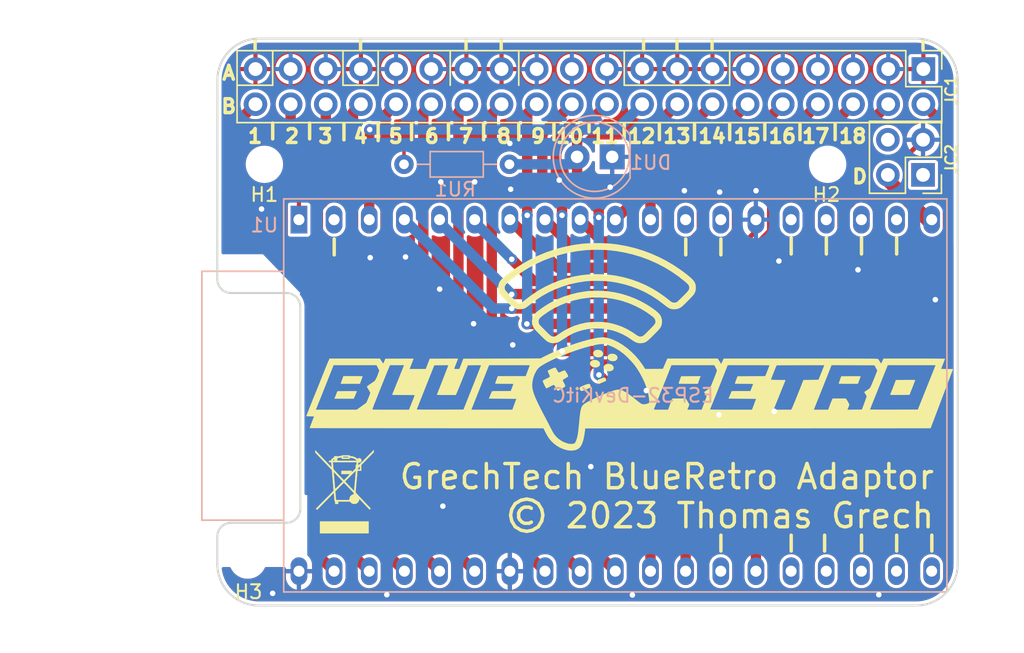
<source format=kicad_pcb>
(kicad_pcb (version 20221018) (generator pcbnew)
  (title_block (title "Raspberry Pi Zero (W) uHAT Template Board") (date "2019-02-28") (rev "1.0") (comment 1 "This PCB design is licensed under MIT Open Source License."))
  (layers (0 "F.Cu" signal) (31 "B.Cu" signal) (35 "F.Paste" user) (36 "B.SilkS" user "B.Silkscreen") (37 "F.SilkS" user "F.Silkscreen") (38 "B.Mask" user) (39 "F.Mask" user) (44 "Edge.Cuts" user))
  (net 0 "")
  (net 1 "+3V3")
  (net 2 "GND")
  (net 4 "/VIN_C")
  (net 5 "/IO17")
  (net 6 "/IO0")
  (net 7 "/IO3")
  (net 8 "/IO1")
  (net 10 "/IO23")
  (net 11 "/IO22")
  (net 12 "/IO21")
  (net 13 "/IO19")
  (net 14 "/IO18")
  (net 15 "/IO5")
  (net 16 "/IO16")
  (net 17 "/IO27")
  (net 18 "/IO26")
  (net 19 "/IO25")
  (net 20 "/IO33")
  (net 21 "/IO32")
  (net 22 "/I35")
  (net 23 "/I34")
  (net 24 "/I39")
  (net 25 "/I36")
  (footprint "MountingHole:MountingHole_2.2mm_M2" (layer "F.Cu") (at 98.9078 86.6386)
    (fp_text reference "H1" (at 0.0008 2.189 unlocked) (layer "F.SilkS"))
    (fp_text value "MountingHole")
    (pad "" np_thru_hole circle (at 0 0) (size 2.2 2.2) (drill 2.2) (layers "*.Cu" "*.Mask"))
  )
  (footprint "MountingHole:MountingHole_2.2mm_M2" (layer "F.Cu") (at 139.6078 86.6386)
    (fp_text reference "H2" (at -0.0846 2.189 unlocked) (layer "F.SilkS"))
    (fp_text value "MountingHole")
    (pad "" np_thru_hole circle (at 0 0) (size 2.2 2.2) (drill 2.2) (layers "*.Cu" "*.Mask"))
  )
  (footprint "MountingHole:MountingHole_2.2mm_M2" (layer "F.Cu") (at 97.7078 115.2386)
    (fp_text reference "H3" (at 0.0578 2.291 unlocked) (layer "F.SilkS"))
    (fp_text value "MountingHole")
    (pad "" np_thru_hole circle (at 0 0) (size 2.2 2.2) (drill 2.2) (layers "*.Cu" "*.Mask"))
  )
  (footprint "Connector_PinHeader_2.54mm:PinHeader_2x02_P2.54mm_Vertical" (layer "F.Cu") (at 146.5018 87.4026 180)
    (fp_text reference "JC2" (at -2.032 1.143 90 unlocked) (layer "F.SilkS") (effects (font (size 0.8 0.8))))
    (fp_text value "Conn_02x02_Odd_Even")
    (pad "1" thru_hole rect (at 0 0 180) (size 1.7 1.7) (drill 1) (layers "*.Cu" "*.Mask"))
    (pad "2" thru_hole oval (at 2.54 0 180) (size 1.7 1.7) (drill 1) (layers "*.Cu" "*.Mask") (net 4 "/VIN_C"))
    (pad "3" thru_hole oval (at 0 2.54 180) (size 1.7 1.7) (drill 1) (layers "*.Cu" "*.Mask") (net 2 "GND"))
    (pad "4" thru_hole oval (at 2.54 2.54 180) (size 1.7 1.7) (drill 1) (layers "*.Cu" "*.Mask"))
  )
  (footprint "Connector_PinHeader_2.54mm:PinHeader_2x20_P2.54mm_Vertical" (layer "F.Cu") (at 146.5272 79.7572 -90)
    (fp_text reference "JC1" (at 1.5494 -2.0066 90 unlocked) (layer "F.SilkS") (effects (font (size 0.8 0.8))))
    (fp_text value "Conn_02x20_Odd_Even")
    (pad "1" thru_hole rect (at 0 0 270) (size 1.7 1.7) (drill 1) (layers "*.Cu" "*.Mask") (net 1 "+3V3"))
    (pad "2" thru_hole oval (at 2.54 0 270) (size 1.7 1.7) (drill 1) (layers "*.Cu" "*.Mask") (net 24 "/I39"))
    (pad "3" thru_hole oval (at 0 2.54 270) (size 1.7 1.7) (drill 1) (layers "*.Cu" "*.Mask") (net 2 "GND"))
    (pad "4" thru_hole oval (at 2.54 2.54 270) (size 1.7 1.7) (drill 1) (layers "*.Cu" "*.Mask") (net 23 "/I34"))
    (pad "5" thru_hole oval (at 0 5.08 270) (size 1.7 1.7) (drill 1) (layers "*.Cu" "*.Mask") (net 2 "GND"))
    (pad "6" thru_hole oval (at 2.54 5.08 270) (size 1.7 1.7) (drill 1) (layers "*.Cu" "*.Mask") (net 22 "/I35"))
    (pad "7" thru_hole oval (at 0 7.62 270) (size 1.7 1.7) (drill 1) (layers "*.Cu" "*.Mask") (net 2 "GND"))
    (pad "8" thru_hole oval (at 2.54 7.62 270) (size 1.7 1.7) (drill 1) (layers "*.Cu" "*.Mask") (net 21 "/IO32"))
    (pad "9" thru_hole oval (at 0 10.16 270) (size 1.7 1.7) (drill 1) (layers "*.Cu" "*.Mask") (net 2 "GND"))
    (pad "10" thru_hole oval (at 2.54 10.16 270) (size 1.7 1.7) (drill 1) (layers "*.Cu" "*.Mask") (net 20 "/IO33"))
    (pad "11" thru_hole oval (at 0 12.7 270) (size 1.7 1.7) (drill 1) (layers "*.Cu" "*.Mask") (net 2 "GND"))
    (pad "12" thru_hole oval (at 2.54 12.7 270) (size 1.7 1.7) (drill 1) (layers "*.Cu" "*.Mask") (net 19 "/IO25"))
    (pad "13" thru_hole oval (at 0 15.24 270) (size 1.7 1.7) (drill 1) (layers "*.Cu" "*.Mask") (net 1 "+3V3"))
    (pad "14" thru_hole oval (at 2.54 15.24 270) (size 1.7 1.7) (drill 1) (layers "*.Cu" "*.Mask") (net 17 "/IO27"))
    (pad "15" thru_hole oval (at 0 17.78 270) (size 1.7 1.7) (drill 1) (layers "*.Cu" "*.Mask") (net 1 "+3V3"))
    (pad "16" thru_hole oval (at 2.54 17.78 270) (size 1.7 1.7) (drill 1) (layers "*.Cu" "*.Mask") (net 18 "/IO26"))
    (pad "17" thru_hole oval (at 0 20.32 270) (size 1.7 1.7) (drill 1) (layers "*.Cu" "*.Mask") (net 1 "+3V3"))
    (pad "18" thru_hole oval (at 2.54 20.32 270) (size 1.7 1.7) (drill 1) (layers "*.Cu" "*.Mask") (net 25 "/I36"))
    (pad "19" thru_hole oval (at 0 22.86 270) (size 1.7 1.7) (drill 1) (layers "*.Cu" "*.Mask") (net 2 "GND"))
    (pad "20" thru_hole oval (at 2.54 22.86 270) (size 1.7 1.7) (drill 1) (layers "*.Cu" "*.Mask") (net 5 "/IO17"))
    (pad "21" thru_hole oval (at 0 25.4 270) (size 1.7 1.7) (drill 1) (layers "*.Cu" "*.Mask") (net 2 "GND"))
    (pad "22" thru_hole oval (at 2.54 25.4 270) (size 1.7 1.7) (drill 1) (layers "*.Cu" "*.Mask") (net 16 "/IO16"))
    (pad "23" thru_hole oval (at 0 27.94 270) (size 1.7 1.7) (drill 1) (layers "*.Cu" "*.Mask") (net 2 "GND"))
    (pad "24" thru_hole oval (at 2.54 27.94 270) (size 1.7 1.7) (drill 1) (layers "*.Cu" "*.Mask") (net 6 "/IO0"))
    (pad "25" thru_hole oval (at 0 30.48 270) (size 1.7 1.7) (drill 1) (layers "*.Cu" "*.Mask") (net 1 "+3V3"))
    (pad "26" thru_hole oval (at 2.54 30.48 270) (size 1.7 1.7) (drill 1) (layers "*.Cu" "*.Mask") (net 15 "/IO5"))
    (pad "27" thru_hole oval (at 0 33.02 270) (size 1.7 1.7) (drill 1) (layers "*.Cu" "*.Mask") (net 1 "+3V3"))
    (pad "28" thru_hole oval (at 2.54 33.02 270) (size 1.7 1.7) (drill 1) (layers "*.Cu" "*.Mask") (net 14 "/IO18"))
    (pad "29" thru_hole oval (at 0 35.56 270) (size 1.7 1.7) (drill 1) (layers "*.Cu" "*.Mask") (net 2 "GND"))
    (pad "30" thru_hole oval (at 2.54 35.56 270) (size 1.7 1.7) (drill 1) (layers "*.Cu" "*.Mask") (net 13 "/IO19"))
    (pad "31" thru_hole oval (at 0 38.1 270) (size 1.7 1.7) (drill 1) (layers "*.Cu" "*.Mask") (net 2 "GND"))
    (pad "32" thru_hole oval (at 2.54 38.1 270) (size 1.7 1.7) (drill 1) (layers "*.Cu" "*.Mask") (net 12 "/IO21"))
    (pad "33" thru_hole oval (at 0 40.64 270) (size 1.7 1.7) (drill 1) (layers "*.Cu" "*.Mask") (net 1 "+3V3"))
    (pad "34" thru_hole oval (at 2.54 40.64 270) (size 1.7 1.7) (drill 1) (layers "*.Cu" "*.Mask") (net 7 "/IO3"))
    (pad "35" thru_hole oval (at 0 43.18 270) (size 1.7 1.7) (drill 1) (layers "*.Cu" "*.Mask") (net 2 "GND"))
    (pad "36" thru_hole oval (at 2.54 43.18 270) (size 1.7 1.7) (drill 1) (layers "*.Cu" "*.Mask") (net 8 "/IO1"))
    (pad "37" thru_hole oval (at 0 45.72 270) (size 1.7 1.7) (drill 1) (layers "*.Cu" "*.Mask") (net 2 "GND"))
    (pad "38" thru_hole oval (at 2.54 45.72 270) (size 1.7 1.7) (drill 1) (layers "*.Cu" "*.Mask") (net 11 "/IO22"))
    (pad "39" thru_hole oval (at 0 48.26 270) (size 1.7 1.7) (drill 1) (layers "*.Cu" "*.Mask") (net 1 "+3V3"))
    (pad "40" thru_hole oval (at 2.54 48.26 270) (size 1.7 1.7) (drill 1) (layers "*.Cu" "*.Mask") (net 10 "/IO23"))
  )
  (footprint "DevKit2022-Kicad7:Logo" (layer "F.Cu") (at 125.2992 99.8258)
    (fp_text reference "G***" hide)
    (fp_text value "LOGO" hide)
  )
  (footprint "Symbol:WEEE-Logo_4.2x6mm_SilkScreen" (layer "F.Cu") (at 104.6998 110.2906)
    (fp_text reference "REF**" hide)
    (fp_text value "WEEE-Logo_4.2x6mm_SilkScreen" hide)
  )
  (footprint "LED_THT:LED_D5.0mm" (layer "B.Cu") (at 124.0428 86.0986 180)
    (fp_text reference "DU1" (at -2.774 -0.415) (layer "B.SilkS") (effects (justify mirror)))
    (fp_text value "RED_RA / 5mm / 2.1V")
    (pad "1" thru_hole rect (at 0 0 180) (size 1.8 1.8) (drill 0.9) (layers "*.Cu" "*.Mask") (net 2 "GND"))
    (pad "2" thru_hole circle (at 2.54 0 180) (size 1.8 1.8) (drill 0.9) (layers "*.Cu" "*.Mask") (net 5 "/IO17"))
  )
  (footprint "Resistor_THT:R_Axial_DIN0204_L3.6mm_D1.6mm_P7.62mm_Horizontal" (layer "B.Cu") (at 108.9978 86.6386)
    (fp_text reference "RU1" (at 3.703 1.808 -360) (layer "B.SilkS") (effects (justify mirror)))
    (fp_text value "56 ohm / 1% ")
    (pad "1" thru_hole circle (at 0 0) (size 1.4 1.4) (drill 0.7) (layers "*.Cu" "*.Mask") (net 1 "+3V3"))
    (pad "2" thru_hole oval (at 7.62 0) (size 1.4 1.4) (drill 0.7) (layers "*.Cu" "*.Mask") (net 5 "/IO17"))
  )
  (footprint "Espressif:ESP32-DevKitC" (layer "B.Cu") (at 101.4078 90.6386 -90)
    (fp_text reference "U1" (at 0.3988 2.4992) (layer "B.SilkS") (effects (justify mirror)))
    (fp_text value "ESP32-DevKitC" (at 12.7 -24.13) (layer "B.SilkS") (effects (justify mirror)))
    (pad "1" thru_hole rect (at 0 0) (size 1.2 2) (drill 0.8) (layers "*.Cu" "*.Mask") (net 1 "+3V3"))
    (pad "2" thru_hole oval (at 0 -2.54) (size 1.2 2) (drill 0.8) (layers "*.Cu" "*.Mask"))
    (pad "3" thru_hole oval (at 0 -5.08) (size 1.2 2) (drill 0.8) (layers "*.Cu" "*.Mask") (net 25 "/I36"))
    (pad "4" thru_hole oval (at 0 -7.62) (size 1.2 2) (drill 0.8) (layers "*.Cu" "*.Mask") (net 24 "/I39"))
    (pad "5" thru_hole oval (at 0 -10.16) (size 1.2 2) (drill 0.8) (layers "*.Cu" "*.Mask") (net 23 "/I34"))
    (pad "6" thru_hole oval (at 0 -12.7) (size 1.2 2) (drill 0.8) (layers "*.Cu" "*.Mask") (net 22 "/I35"))
    (pad "7" thru_hole oval (at 0 -15.24) (size 1.2 2) (drill 0.8) (layers "*.Cu" "*.Mask") (net 21 "/IO32"))
    (pad "8" thru_hole oval (at 0 -17.78) (size 1.2 2) (drill 0.8) (layers "*.Cu" "*.Mask") (net 20 "/IO33"))
    (pad "9" thru_hole oval (at 0 -20.32) (size 1.2 2) (drill 0.8) (layers "*.Cu" "*.Mask") (net 19 "/IO25"))
    (pad "10" thru_hole oval (at 0 -22.86) (size 1.2 2) (drill 0.8) (layers "*.Cu" "*.Mask") (net 18 "/IO26"))
    (pad "11" thru_hole oval (at 0 -25.4) (size 1.2 2) (drill 0.8) (layers "*.Cu" "*.Mask") (net 17 "/IO27"))
    (pad "12" thru_hole oval (at 0 -27.94) (size 1.2 2) (drill 0.8) (layers "*.Cu" "*.Mask"))
    (pad "13" thru_hole oval (at 0 -30.48) (size 1.2 2) (drill 0.8) (layers "*.Cu" "*.Mask"))
    (pad "14" thru_hole oval (at 0 -33.02) (size 1.2 2) (drill 0.8) (layers "*.Cu" "*.Mask") (net 2 "GND"))
    (pad "15" thru_hole oval (at 0 -35.56) (size 1.2 2) (drill 0.8) (layers "*.Cu" "*.Mask"))
    (pad "16" thru_hole oval (at 0 -38.1) (size 1.2 2) (drill 0.8) (layers "*.Cu" "*.Mask"))
    (pad "17" thru_hole oval (at 0 -40.64) (size 1.2 2) (drill 0.8) (layers "*.Cu" "*.Mask"))
    (pad "18" thru_hole oval (at 0 -43.18) (size 1.2 2) (drill 0.8) (layers "*.Cu" "*.Mask"))
    (pad "19" thru_hole oval (at 0 -45.72) (size 1.2 2) (drill 0.8) (layers "*.Cu" "*.Mask") (net 4 "/VIN_C"))
    (pad "20" thru_hole oval (at 25.39632 -45.71728) (size 1.2 2) (drill 0.8) (layers "*.Cu" "*.Mask"))
    (pad "21" thru_hole oval (at 25.39632 -43.17728) (size 1.2 2) (drill 0.8) (layers "*.Cu" "*.Mask"))
    (pad "22" thru_hole oval (at 25.4 -40.64) (size 1.2 2) (drill 0.8) (layers "*.Cu" "*.Mask"))
    (pad "23" thru_hole oval (at 25.4 -38.1) (size 1.2 2) (drill 0.8) (layers "*.Cu" "*.Mask"))
    (pad "24" thru_hole oval (at 25.4 -35.56) (size 1.2 2) (drill 0.8) (layers "*.Cu" "*.Mask"))
    (pad "25" thru_hole oval (at 25.4 -33.02) (size 1.2 2) (drill 0.8) (layers "*.Cu" "*.Mask") (net 6 "/IO0"))
    (pad "26" thru_hole oval (at 25.4 -30.48) (size 1.2 2) (drill 0.8) (layers "*.Cu" "*.Mask"))
    (pad "27" thru_hole oval (at 25.4 -27.94) (size 1.2 2) (drill 0.8) (layers "*.Cu" "*.Mask") (net 16 "/IO16"))
    (pad "28" thru_hole oval (at 25.4 -25.4) (size 1.2 2) (drill 0.8) (layers "*.Cu" "*.Mask") (net 5 "/IO17"))
    (pad "29" thru_hole oval (at 25.4 -22.86) (size 1.2 2) (drill 0.8) (layers "*.Cu" "*.Mask") (net 15 "/IO5"))
    (pad "30" thru_hole oval (at 25.4 -20.32) (size 1.2 2) (drill 0.8) (layers "*.Cu" "*.Mask") (net 14 "/IO18"))
    (pad "31" thru_hole oval (at 25.4 -17.78) (size 1.2 2) (drill 0.8) (layers "*.Cu" "*.Mask") (net 13 "/IO19"))
    (pad "32" thru_hole oval (at 25.4 -15.24) (size 1.2 2) (drill 0.8) (layers "*.Cu" "*.Mask") (net 2 "GND"))
    (pad "33" thru_hole oval (at 25.4 -12.7) (size 1.2 2) (drill 0.8) (layers "*.Cu" "*.Mask") (net 12 "/IO21"))
    (pad "34" thru_hole oval (at 25.4 -10.16) (size 1.2 2) (drill 0.8) (layers "*.Cu" "*.Mask") (net 7 "/IO3"))
    (pad "35" thru_hole oval (at 25.4 -7.62) (size 1.2 2) (drill 0.8) (layers "*.Cu" "*.Mask") (net 8 "/IO1"))
    (pad "36" thru_hole oval (at 25.4 -5.08) (size 1.2 2) (drill 0.8) (layers "*.Cu" "*.Mask") (net 11 "/IO22"))
    (pad "37" thru_hole oval (at 25.4 -2.54) (size 1.2 2) (drill 0.8) (layers "*.Cu" "*.Mask") (net 10 "/IO23"))
    (pad "38" thru_hole oval (at 25.4 0) (size 1.2 2) (drill 0.8) (layers "*.Cu" "*.Mask") (net 2 "GND"))
  )
  (gr_line (start 109.5448 84.8626) (end 109.5448 83.7196) (stroke (width 0.25)) (layer "F.SilkS"))
  (gr_line (start 135.0718 84.8626) (end 135.0718 83.7196) (stroke (width 0.25)) (layer "F.SilkS"))
  (gr_line (start 124.9118 84.8626) (end 124.9118 83.7196) (stroke (width 0.25)) (layer "F.SilkS"))
  (gr_line (start 107.1318 80.9256) (end 107.1318 78.5126) (stroke (width 0.12)) (layer "F.SilkS"))
  (gr_line (start 104.5918 78.5126) (end 104.5918 80.9256) (stroke (width 0.12)) (layer "F.SilkS"))
  (gr_line (start 147.1368 114.5806) (end 147.1368 113.4376) (stroke (width 0.25)) (layer "F.SilkS"))
  (gr_line (start 122.3718 84.2911) (end 122.3718 83.7196) (stroke (width 0.25)) (layer "F.SilkS"))
  (gr_line (start 139.3898 114.5806) (end 139.3898 113.4376) (stroke (width 0.25)) (layer "F.SilkS"))
  (gr_line (start 129.3568 93.1811) (end 129.3568 92.0381) (stroke (width 0.25)) (layer "F.SilkS"))
  (gr_line (start 131.8968 114.5806) (end 131.8968 113.4376) (stroke (width 0.25)) (layer "F.SilkS"))
  (gr_line (start 139.5168 93.1176) (end 139.5168 91.9746) (stroke (width 0.25)) (layer "F.SilkS"))
  (gr_line (start 117.2918 80.9256) (end 117.2918 78.5126) (stroke (width 0.12)) (layer "F.SilkS"))
  (gr_line (start 107.1318 84.9261) (end 107.1318 83.7831) (stroke (width 0.25)) (layer "F.SilkS"))
  (gr_line (start 131.2618 78.3856) (end 131.2618 77.6236) (stroke (width 0.25)) (layer "F.SilkS"))
  (gr_line (start 114.7518 84.8626) (end 114.7518 83.7196) (stroke (width 0.25)) (layer "F.SilkS"))
  (gr_line (start 129.9918 84.8626) (end 129.9918 83.7196) (stroke (width 0.25)) (layer "F.SilkS"))
  (gr_line (start 128.7218 78.3856) (end 128.7218 77.6236) (stroke (width 0.25)) (layer "F.SilkS"))
  (gr_line (start 117.2918 84.8626) (end 117.2918 83.7196) (stroke (width 0.25)) (layer "F.SilkS"))
  (gr_line (start 132.5318 80.9256) (end 132.5318 78.5126) (stroke (width 0.12)) (layer "F.SilkS"))
  (gr_line (start 103.9568 93.1811) (end 103.9568 92.0381) (stroke (width 0.25)) (layer "F.SilkS"))
  (gr_line (start 126.3088 78.3856) (end 126.3088 77.6236) (stroke (width 0.25)) (layer "F.SilkS"))
  (gr_line (start 142.0568 114.5806) (end 142.0568 113.4376) (stroke (width 0.25)) (layer "F.SilkS"))
  (gr_line (start 136.9768 93.1176) (end 136.9768 91.9746) (stroke (width 0.25)) (layer "F.SilkS"))
  (gr_line (start 112.3388 78.5126) (end 112.3388 80.9256) (stroke (width 0.12)) (layer "F.SilkS"))
  (gr_line (start 144.5968 93.1176) (end 144.5968 91.9746) (stroke (width 0.25)) (layer "F.SilkS"))
  (gr_line (start 140.1518 84.8626) (end 140.1518 83.7196) (stroke (width 0.25)) (layer "F.SilkS"))
  (gr_line (start 98.2418 78.3856) (end 98.2418 77.6236) (stroke (width 0.25)) (layer "F.SilkS"))
  (gr_line (start 104.5918 80.9256) (end 107.1318 80.9256) (stroke (width 0.12)) (layer "F.SilkS"))
  (gr_line (start 146.5018 78.3856) (end 146.5018 77.6236) (stroke (width 0.25)) (layer "F.SilkS"))
  (gr_line (start 104.660603 84.872376) (end 104.660603 83.729376) (stroke (width 0.25)) (layer "F.SilkS"))
  (gr_line (start 113.4818 78.3856) (end 113.4818 77.6236) (stroke (width 0.25)) (layer "F.SilkS"))
  (gr_line (start 99.5118 78.5126) (end 99.5118 80.9256) (stroke (width 0.12)) (layer "F.SilkS"))
  (gr_line (start 137.6118 84.8626) (end 137.6118 83.7196) (stroke (width 0.25)) (layer "F.SilkS"))
  (gr_line (start 105.8618 78.3856) (end 105.8618 77.6236) (stroke (width 0.25)) (layer "F.SilkS"))
  (gr_line (start 142.0568 93.1176) (end 142.0568 91.9746) (stroke (width 0.25)) (layer "F.SilkS"))
  (gr_line (start 124.9118 80.9256) (end 132.5318 80.9256) (stroke (width 0.12)) (layer "F.SilkS"))
  (gr_line (start 131.8968 93.1811) (end 131.8968 92.0381) (stroke (width 0.25)) (layer "F.SilkS"))
  (gr_line (start 116.0218 78.3856) (end 116.0218 77.6236) (stroke (width 0.25)) (layer "F.SilkS"))
  (gr_line (start 124.9118 78.5126) (end 124.9118 80.9256) (stroke (width 0.12)) (layer "F.SilkS"))
  (gr_line (start 132.5318 84.8626) (end 132.5318 83.7196) (stroke (width 0.25)) (layer "F.SilkS"))
  (gr_line (start 112.2118 84.8626) (end 112.2118 83.7196) (stroke (width 0.25)) (layer "F.SilkS"))
  (gr_line (start 127.4518 84.8626) (end 127.4518 83.7196) (stroke (width 0.25)) (layer "F.SilkS"))
  (gr_line (start 144.5968 114.5806) (end 144.5968 113.4376) (stroke (width 0.25)) (layer "F.SilkS"))
  (gr_line (start 102.1788 84.7991) (end 102.1788 83.6561) (stroke (width 0.25)) (layer "F.SilkS"))
  (gr_line (start 136.9768 114.5806) (end 136.9768 113.4376) (stroke (width 0.25)) (layer "F.SilkS"))
  (gr_line (start 99.5118 84.7991) (end 99.5118 83.6561) (stroke (width 0.25)) (layer "F.SilkS"))
  (gr_line (start 119.8318 84.8626) (end 119.8318 83.7196) (stroke (width 0.25)) (layer "F.SilkS"))
  (gr_line (start 99.5118 80.9256) (end 96.9718 80.9256) (stroke (width 0.12)) (layer "F.SilkS"))
  (gr_arc (start 146.0078 77.5526) (mid 148.12912 78.43128) (end 149.0078 80.5526) (stroke (width 0.15)) (layer "Edge.Cuts"))
  (gr_arc (start 98.5078 118.51728) (mid 96.386487 117.638599) (end 95.5078 115.51728) (stroke (width 0.15)) (layer "Edge.Cuts"))
  (gr_arc (start 95.5158 80.5526) (mid 96.39448 78.43128) (end 98.5158 77.5526) (stroke (width 0.15)) (layer "Edge.Cuts"))
  (gr_line (start 95.5078 115.51728) (end 95.507799 113.538599) (stroke (width 0.15)) (layer "Edge.Cuts"))
  (gr_line (start 98.5158 77.5526) (end 146.0078 77.5526) (stroke (width 0.15)) (layer "Edge.Cuts"))
  (gr_line (start 149.0078 80.5526) (end 149.0078 115.51728) (stroke (width 0.15)) (layer "Edge.Cuts"))
  (gr_arc (start 149.0078 115.51728) (mid 148.129127 117.638613) (end 146.0078 118.51728) (stroke (width 0.15)) (layer "Edge.Cuts"))
  (gr_arc (start 100.5078 95.938601) (mid 101.214906 96.231494) (end 101.5078 96.938601) (stroke (width 0.15)) (layer "Edge.Cuts"))
  (gr_arc (start 96.507799 95.938602) (mid 95.800692 95.645709) (end 95.507799 94.938602) (stroke (width 0.15)) (layer "Edge.Cuts"))
  (gr_line (start 95.5158 80.5526) (end 95.507799 94.938602) (stroke (width 0.15)) (layer "Edge.Cuts"))
  (gr_line (start 96.507799 95.938602) (end 100.5078 95.938601) (stroke (width 0.15)) (layer "Edge.Cuts"))
  (gr_arc (start 101.5078 111.5386) (mid 101.214907 112.245707) (end 100.5078 112.5386) (stroke (width 0.15)) (layer "Edge.Cuts"))
  (gr_line (start 101.5078 96.938601) (end 101.5078 111.5386) (stroke (width 0.15)) (layer "Edge.Cuts"))
  (gr_line (start 96.507799 112.538599) (end 100.5078 112.5386) (stroke (width 0.15)) (layer "Edge.Cuts"))
  (gr_line (start 98.5078 118.51728) (end 146.0078 118.51728) (stroke (width 0.15)) (layer "Edge.Cuts"))
  (gr_arc (start 95.507799 113.538599) (mid 95.800693 112.831493) (end 96.507799 112.538599) (stroke (width 0.15)) (layer "Edge.Cuts"))
  (gr_text "18" (at 141.4218 84.6086) (layer "F.SilkS") (effects (font (size 1 1) (thickness 0.25))))
  (gr_text "16" (at 136.3418 84.6086) (layer "F.SilkS") (effects (font (size 1 1) (thickness 0.25))))
  (gr_text "14" (at 131.2618 84.6086) (layer "F.SilkS") (effects (font (size 1 1) (thickness 0.25))))
  (gr_text "2" (at 100.9088 84.6086) (layer "F.SilkS") (effects (font (size 1 1) (thickness 0.25))))
  (gr_text "4" (at 105.8618 84.6086) (layer "F.SilkS") (effects (font (size 1 1) (thickness 0.25))))
  (gr_text "6" (at 111.0053 84.6086) (layer "F.SilkS") (effects (font (size 1 1) (thickness 0.25))))
  (gr_text "8" (at 116.2123 84.6086) (layer "F.SilkS") (effects (font (size 1 1) (thickness 0.25))))
  (gr_text "A" (at 96.3368 80.0366) (layer "F.SilkS") (effects (font (size 1 1) (thickness 0.25))))
  (gr_text "B" (at 96.3368 82.4496) (layer "F.SilkS") (effects (font (size 1 1) (thickness 0.25))))
  (gr_text "12" (at 126.1818 84.6086) (layer "F.SilkS") (effects (font (size 1 1) (thickness 0.25))))
  (gr_text "5" (at 108.4018 84.6086) (layer "F.SilkS") (effects (font (size 1 1) (thickness 0.25))))
  (gr_text "GrechTech BlueRetro Adaptor\n© 2023 Thomas Grech\n" (at 147.448 110.6208) (layer "F.SilkS") (effects (font (size 1.75 1.75) (thickness 0.25) bold) (justify right)))
  (gr_text "D" (at 141.9298 87.5296) (layer "F.SilkS") (effects (font (size 1 1) (thickness 0.25))))
  (gr_text "17" (at 138.7548 84.6086) (layer "F.SilkS") (effects (font (size 1 1) (thickness 0.25))))
  (gr_text "7" (at 113.4818 84.6086) (layer "F.SilkS") (effects (font (size 1 1) (thickness 0.25))))
  (gr_text "13" (at 128.7218 84.6086) (layer "F.SilkS") (effects (font (size 1 1) (thickness 0.25))))
  (gr_text "3" (at 103.3218 84.6086) (layer "F.SilkS") (effects (font (size 1 1) (thickness 0.25))))
  (gr_text "11" (at 123.5148 84.6086) (layer "F.SilkS") (effects (font (size 1 1) (thickness 0.25))))
  (gr_text "1" (at 98.2418 84.6086) (layer "F.SilkS") (effects (font (size 1 1) (thickness 0.25))))
  (gr_text "15" (at 133.8018 84.6086) (layer "F.SilkS") (effects (font (size 1 1) (thickness 0.25))))
  (gr_text "10" (at 120.9748 84.6086) (layer "F.SilkS") (effects (font (size 1 1) (thickness 0.25))))
  (gr_text "9" (at 118.6888 84.6086) (layer "F.SilkS") (effects (font (size 1 1) (thickness 0.25))))
  (segment (start 108.9978 86.6386) (end 108.9978 84.6928) (width 0.25) (layer "F.Cu") (net 1))
  (segment (start 108.9978 84.6928) (end 108.9924 84.6874) (width 0.25) (layer "F.Cu") (net 1))
  (segment (start 145.2318 86.3866) (end 145.2318 86.1326) (width 0.35) (layer "F.Cu") (net 2))
  (segment (start 134.4278 90.6386) (end 134.4278 91.4586) (width 0.35) (layer "F.Cu") (net 2))
  (segment (start 146.5018 84.8626) (end 145.2318 86.1326) (width 0.35) (layer "F.Cu") (net 2))
  (segment (start 134.4278 91.4586) (end 133.3178 92.5686) (width 0.35) (layer "F.Cu") (net 2))
  (via (at 129.2578 88.5456) (size 0.8) (drill 0.4) (layers "F.Cu" "B.Cu") (net 2))
  (via (at 109.1078 93.3336) (size 0.8) (drill 0.4) (layers "F.Cu" "B.Cu") (net 2))
  (via (at 98.7054 89.869) (size 0.8) (drill 0.4) (layers "F.Cu" "B.Cu") (net 2))
  (via (at 120.2128 87.7836) (size 0.8) (drill 0.4) (layers "F.Cu" "B.Cu") (net 2))
  (via (at 116.7078 88.4386) (size 0.8) (drill 0.4) (layers "F.Cu" "B.Cu") (net 2))
  (via (at 123.8958 88.2916) (size 0.8) (drill 0.4) (layers "F.Cu" "B.Cu") (net 2))
  (via (at 111.8078 111.3386) (size 0.8) (drill 0.4) (layers "F.Cu" "B.Cu") (net 2))
  (via (at 99.5078 117.6386) (size 0.8) (drill 0.4) (layers "F.Cu" "B.Cu") (net 2))
  (via (at 116.6478 85.1286) (size 0.8) (drill 0.4) (layers "F.Cu" "B.Cu") (net 2))
  (via (at 114.0268 98.1576) (size 0.8) (drill 0.4) (layers "F.Cu" "B.Cu") (net 2))
  (via (at 135.7578 104.4886) (size 0.8) (drill 0.4) (layers "F.Cu" "B.Cu") (net 2))
  (via (at 131.8078 88.6456) (size 0.8) (drill 0.4) (layers "F.Cu" "B.Cu") (net 2))
  (via (at 136.0878 93.6256) (size 0.8) (drill 0.4) (layers "F.Cu" "B.Cu") (net 2))
  (via (at 126.5078 102.9886) (size 0.8) (drill 0.4) (layers "F.Cu" "B.Cu") (net 2))
  (via (at 116.8578 99.6886) (size 0.8) (drill 0.4) (layers "F.Cu" "B.Cu") (net 2))
  (via (at 134.4368 88.5456) (size 0.8) (drill 0.4) (layers "F.Cu" "B.Cu") (net 2))
  (via (at 111.5768 95.6576) (size 0.8) (drill 0.4) (layers "F.Cu" "B.Cu") (net 2))
  (via (at 107.7578 117.7386) (size 0.8) (drill 0.4) (layers "F.Cu" "B.Cu") (net 2))
  (via (at 147.3908 96.4196) (size 0.8) (drill 0.4) (layers "F.Cu" "B.Cu") (net 2))
  (via (at 111.6578 87.9106) (size 0.8) (drill 0.4) (layers "F.Cu" "B.Cu") (net 2))
  (via (at 141.8028 94.2606) (size 0.8) (drill 0.4) (layers "F.Cu" "B.Cu") (net 2))
  (via (at 143.3078 117.7386) (size 0.8) (drill 0.4) (layers "F.Cu" "B.Cu") (net 2))
  (via (at 106.5578 93.3836) (size 0.8) (drill 0.4) (layers "F.Cu" "B.Cu") (net 2))
  (via (at 131.7578 104.7386) (size 0.8) (drill 0.4) (layers "F.Cu" "B.Cu") (net 2))
  (via (at 114.1078 87.9106) (size 0.8) (drill 0.4) (layers "F.Cu" "B.Cu") (net 2))
  (via (at 122.4988 108.4846) (size 0.8) (drill 0.4) (layers "F.Cu" "B.Cu") (net 2))
  (via (at 125.5024 117.7582) (size 0.8) (drill 0.4) (layers "F.Cu" "B.Cu") (net 2))
  (segment (start 147.1278 90.6386) (end 146.826278 90.6386) (width 1) (layer "F.Cu") (net 4))
  (segment (start 143.9618 87.774122) (end 143.9618 87.4026) (width 1) (layer "F.Cu") (net 4))
  (segment (start 146.826278 90.6386) (end 143.9618 87.774122) (width 1) (layer "F.Cu") (net 4))
  (segment (start 126.8078 105.58) (end 126.8078 116.0386) (width 0.75) (layer "F.Cu") (net 5))
  (segment (start 123.0683 90.476) (end 123.0683 89.917399) (width 0.75) (layer "F.Cu") (net 5))
  (segment (start 123.083 101.8552) (end 126.8078 105.58) (width 0.75) (layer "F.Cu") (net 5))
  (segment (start 121.5078 88.356899) (end 121.5078 86.6386) (width 0.75) (layer "F.Cu") (net 5))
  (segment (start 123.0683 89.917399) (end 121.5078 88.356899) (width 0.75) (layer "F.Cu") (net 5))
  (segment (start 123.6672 82.2972) (end 121.5078 84.4566) (width 0.75) (layer "F.Cu") (net 5))
  (segment (start 121.5078 84.4566) (end 121.5078 86.6386) (width 0.75) (layer "F.Cu") (net 5))
  (via (at 123.0683 90.476) (size 0.8) (drill 0.4) (layers "F.Cu" "B.Cu") (net 5))
  (via (at 123.083 101.8552) (size 0.8) (drill 0.4) (layers "F.Cu" "B.Cu") (net 5))
  (segment (start 123.0683 90.476) (end 123.0683 101.8405) (width 0.75) (layer "B.Cu") (net 5))
  (segment (start 123.0683 101.8405) (end 123.083 101.8552) (width 0.75) (layer "B.Cu") (net 5))
  (segment (start 121.5028 86.0986) (end 120.9628 86.6386) (width 0.75) (layer "B.Cu") (net 5))
  (segment (start 120.9628 86.6386) (end 116.6178 86.6386) (width 0.75) (layer "B.Cu") (net 5))
  (segment (start 117.9014 82.983) (end 117.9014 90.2728) (width 0.75) (layer "F.Cu") (net 6))
  (segment (start 129.6362 98.1722) (end 134.4278 102.9638) (width 0.75) (layer "F.Cu") (net 6))
  (segment (start 134.4278 102.9638) (end 134.4278 116.0386) (width 0.75) (layer "F.Cu") (net 6))
  (segment (start 118.5872 82.2972) (end 117.9014 82.983) (width 0.75) (layer "F.Cu") (net 6))
  (segment (start 117.876 98.1722) (end 129.6362 98.1722) (width 0.75) (layer "F.Cu") (net 6))
  (via (at 117.9014 90.3236) (size 0.8) (drill 0.4) (layers "F.Cu" "B.Cu") (net 6))
  (via (at 117.876 98.1722) (size 0.8) (drill 0.4) (layers "F.Cu" "B.Cu") (net 6))
  (segment (start 117.9014 98.1468) (end 117.876 98.1722) (width 0.75) (layer "B.Cu") (net 6))
  (segment (start 117.9014 90.3236) (end 117.9014 98.1468) (width 0.75) (layer "B.Cu") (net 6))
  (segment (start 105.8872 82.2972) (end 105.3128 82.8716) (width 0.75) (layer "F.Cu") (net 7))
  (segment (start 105.3128 82.8716) (end 105.3128 109.7836) (width 0.75) (layer "F.Cu") (net 7))
  (segment (start 105.3128 109.7836) (end 111.5678 116.0386) (width 0.75) (layer "F.Cu") (net 7))
  (segment (start 103.3472 89.177499) (end 102.7728 89.751899) (width 0.75) (layer "F.Cu") (net 8))
  (segment (start 104.3628 111.3736) (end 109.0278 116.0386) (width 0.75) (layer "F.Cu") (net 8))
  (segment (start 104.3628 93.115301) (end 104.3628 111.3736) (width 0.75) (layer "F.Cu") (net 8))
  (segment (start 102.7728 91.525301) (end 104.3628 93.115301) (width 0.75) (layer "F.Cu") (net 8))
  (segment (start 103.3472 82.2972) (end 103.3472 89.177499) (width 0.75) (layer "F.Cu") (net 8))
  (segment (start 102.7728 89.751899) (end 102.7728 91.525301) (width 0.75) (layer "F.Cu") (net 8))
  (segment (start 96.2098 84.3546) (end 96.2098 89.5856) (width 0.75) (layer "F.Cu") (net 10))
  (segment (start 96.2098 89.5856) (end 102.4628 95.8386) (width 0.75) (layer "F.Cu") (net 10))
  (segment (start 102.4628 95.8386) (end 102.4628 114.5536) (width 0.75) (layer "F.Cu") (net 10))
  (segment (start 102.4628 114.5536) (end 103.9478 116.0386) (width 0.75) (layer "F.Cu") (net 10))
  (segment (start 98.2672 82.2972) (end 96.2098 84.3546) (width 0.75) (layer "F.Cu") (net 10))
  (segment (start 100.8072 82.2972) (end 100.8072 87.178718) (width 0.75) (layer "F.Cu") (net 11))
  (segment (start 100.2328 92.2136) (end 103.4128 95.3936) (width 0.75) (layer "F.Cu") (net 11))
  (segment (start 103.4128 112.9636) (end 106.4878 116.0386) (width 0.75) (layer "F.Cu") (net 11))
  (segment (start 100.2328 87.753118) (end 100.2328 92.2136) (width 0.75) (layer "F.Cu") (net 11))
  (segment (start 103.4128 95.3936) (end 103.4128 112.9636) (width 0.75) (layer "F.Cu") (net 11))
  (segment (start 100.8072 87.178718) (end 100.2328 87.753118) (width 0.75) (layer "F.Cu") (net 11))
  (segment (start 107.6628 109.5936) (end 114.1078 116.0386) (width 0.75) (layer "F.Cu") (net 12))
  (segment (start 107.6628 83.0616) (end 107.6628 109.5936) (width 0.75) (layer "F.Cu") (net 12))
  (segment (start 108.4272 82.2972) (end 107.6628 83.0616) (width 0.75) (layer "F.Cu") (net 12))
  (segment (start 110.9672 82.2972) (end 110.3928 82.8716) (width 0.75) (layer "F.Cu") (net 13))
  (segment (start 110.3928 82.8716) (end 110.3928 107.2436) (width 0.75) (layer "F.Cu") (net 13))
  (segment (start 110.3928 107.2436) (end 119.1878 116.0386) (width 0.75) (layer "F.Cu") (net 13))
  (segment (start 112.9328 82.8716) (end 112.9328 107.2436) (width 0.75) (layer "F.Cu") (net 14))
  (segment (start 112.9328 107.2436) (end 121.7278 116.0386) (width 0.75) (layer "F.Cu") (net 14))
  (segment (start 113.5072 82.2972) (end 112.9328 82.8716) (width 0.75) (layer "F.Cu") (net 14))
  (segment (start 115.3428 107.1136) (end 115.3428 83.0016) (width 0.75) (layer "F.Cu") (net 15))
  (segment (start 115.3428 83.0016) (end 116.0472 82.2972) (width 0.75) (layer "F.Cu") (net 15))
  (segment (start 124.2678 116.0386) (end 115.3428 107.1136) (width 0.75) (layer "F.Cu") (net 15))
  (segment (start 118.9928 84.4316) (end 121.1272 82.2972) (width 0.75) (layer "F.Cu") (net 16))
  (segment (start 120.416 100.128) (end 125.8516 100.128) (width 0.75) (layer "F.Cu") (net 16))
  (segment (start 125.8516 100.128) (end 129.3478 103.6242) (width 0.75) (layer "F.Cu") (net 16))
  (segment (start 120.416 90.3236) (end 120.416 89.5368) (width 0.75) (layer "F.Cu") (net 16))
  (segment (start 118.9928 88.1136) (end 118.9928 84.4316) (width 0.75) (layer "F.Cu") (net 16))
  (segment (start 120.416 89.5368) (end 118.9928 88.1136) (width 0.75) (layer "F.Cu") (net 16))
  (segment (start 129.3478 103.6242) (end 129.3478 116.0386) (width 0.75) (layer "F.Cu") (net 16))
  (via (at 120.416 100.128) (size 0.8) (drill 0.4) (layers "F.Cu" "B.Cu") (net 16))
  (via (at 120.416 90.3236) (size 0.8) (drill 0.4) (layers "F.Cu" "B.Cu") (net 16))
  (segment (start 120.416 90.3236) (end 120.416 100.128) (width 0.75) (layer "B.Cu") (net 16))
  (segment (start 126.8078 86.7766) (end 126.8078 90.6386) (width 0.75) (layer "F.Cu") (net 17))
  (segment (start 131.2872 82.2972) (end 126.8078 86.7766) (width 0.75) (layer "F.Cu") (net 17))
  (segment (start 125.8578 85.1866) (end 128.7472 82.2972) (width 0.75) (layer "F.Cu") (net 18))
  (segment (start 124.2678 90.6386) (end 125.8578 89.0486) (width 0.75) (layer "F.Cu") (net 18))
  (segment (start 125.8578 89.0486) (end 125.8578 85.1866) (width 0.75) (layer "F.Cu") (net 18))
  (segment (start 127.9828 88.1416) (end 127.9828 91.6976) (width 0.75) (layer "F.Cu") (net 19))
  (segment (start 133.8272 82.2972) (end 127.9828 88.1416) (width 0.75) (layer "F.Cu") (net 19))
  (segment (start 127.9828 91.6976) (end 127.4668 92.2136) (width 0.75) (layer "F.Cu") (net 19))
  (segment (start 127.4668 92.2136) (end 123.3028 92.2136) (width 0.75) (layer "F.Cu") (net 19))
  (segment (start 123.3028 92.2136) (end 121.7278 90.6386) (width 0.75) (layer "F.Cu") (net 19))
  (segment (start 121.7128 93.1636) (end 119.1878 90.6386) (width 0.75) (layer "F.Cu") (net 20))
  (segment (start 128.884501 93.1636) (end 121.7128 93.1636) (width 0.75) (layer "F.Cu") (net 20))
  (segment (start 136.3672 82.2972) (end 130.5228 88.1416) (width 0.75) (layer "F.Cu") (net 20))
  (segment (start 130.5228 88.1416) (end 130.5228 91.525301) (width 0.75) (layer "F.Cu") (net 20))
  (segment (start 130.5228 91.525301) (end 128.884501 93.1636) (width 0.75) (layer "F.Cu") (net 20))
  (segment (start 133.0628 88.1416) (end 133.0628 91.525301) (width 0.75) (layer "F.Cu") (net 21))
  (segment (start 130.474501 94.1136) (end 120.1228 94.1136) (width 0.75) (layer "F.Cu") (net 21))
  (segment (start 133.0628 91.525301) (end 130.474501 94.1136) (width 0.75) (layer "F.Cu") (net 21))
  (segment (start 138.9072 82.2972) (end 133.0628 88.1416) (width 0.75) (layer "F.Cu") (net 21))
  (segment (start 120.1228 94.1136) (end 116.6478 90.6386) (width 0.75) (layer "F.Cu") (net 21))
  (segment (start 135.6028 88.1416) (end 135.6028 91.525301) (width 0.75) (layer "F.Cu") (net 22))
  (segment (start 118.3488 95.0636) (end 116.7838 93.4986) (width 0.75) (layer "F.Cu") (net 22))
  (segment (start 135.6028 91.525301) (end 132.064501 95.0636) (width 0.75) (layer "F.Cu") (net 22))
  (segment (start 141.4472 82.2972) (end 135.6028 88.1416) (width 0.75) (layer "F.Cu") (net 22))
  (segment (start 132.064501 95.0636) (end 118.3488 95.0636) (width 0.75) (layer "F.Cu") (net 22))
  (via (at 116.7838 93.4986) (size 0.8) (drill 0.4) (layers "F.Cu" "B.Cu") (net 22))
  (segment (start 116.7838 93.4986) (end 114.1078 90.8226) (width 0.75) (layer "B.Cu") (net 22))
  (segment (start 141.4218 84.8626) (end 141.4218 89.202899) (width 0.75) (layer "F.Cu") (net 23))
  (segment (start 140.6828 89.941899) (end 140.6828 91.6976) (width 0.75) (layer "F.Cu") (net 23))
  (segment (start 141.4218 89.202899) (end 140.6828 89.941899) (width 0.75) (layer "F.Cu") (net 23))
  (segment (start 143.9872 82.2972) (end 141.4218 84.8626) (width 0.75) (layer "F.Cu") (net 23))
  (segment (start 140.6828 91.6976) (end 136.3668 96.0136) (width 0.75) (layer "F.Cu") (net 23))
  (segment (start 136.3668 96.0136) (end 117.5208 96.0136) (width 0.75) (layer "F.Cu") (net 23))
  (segment (start 116.7838 96.0132) (end 117.4958 96.0132) (width 0.75) (layer "F.Cu") (net 23))
  (via (at 116.7838 96.0386) (size 0.8) (drill 0.4) (layers "F.Cu" "B.Cu") (net 23))
  (segment (start 111.5678 90.8226) (end 116.7838 96.0386) (width 0.75) (layer "B.Cu") (net 23))
  (segment (start 148.3028 91.6976) (end 142.9458 97.0546) (width 0.75) (layer "F.Cu") (net 24))
  (segment (start 146.5272 82.2972) (end 148.3028 84.0728) (width 0.75) (layer "F.Cu") (net 24))
  (segment (start 148.3028 84.0728) (end 148.3028 91.6976) (width 0.75) (layer "F.Cu") (net 24))
  (segment (start 142.9458 97.0546) (end 116.7838 97.0546) (width 0.75) (layer "F.Cu") (net 24))
  (via (at 116.7838 97.0546) (size 0.8) (drill 0.4) (layers "F.Cu" "B.Cu") (net 24))
  (segment (start 115.4438 97.0546) (end 109.0278 90.6386) (width 0.75) (layer "B.Cu") (net 24))
  (segment (start 116.7838 97.0546) (end 115.4438 97.0546) (width 0.75) (layer "B.Cu") (net 24))
  (segment (start 106.4878 84.1604) (end 106.5222 84.126) (width 0.75) (layer "F.Cu") (net 25))
  (segment (start 106.4878 90.6386) (end 106.4878 84.1604) (width 0.75) (layer "F.Cu") (net 25))
  (via (at 106.5222 84.126) (size 0.8) (drill 0.4) (layers "F.Cu" "B.Cu") (net 25))
  (segment (start 124.3784 84.126) (end 126.2072 82.2972) (width 0.75) (layer "B.Cu") (net 25))
  (segment (start 106.5222 84.126) (end 124.3784 84.126) (width 0.75) (layer "B.Cu") (net 25))
  (zone (net 1) (net_name "+3V3") (layer "F.Cu") (priority 2) (connect_pads (clearance 0.25)) (min_thickness 0.25) (fill yes (thermal_gap 0.3) (thermal_bridge_width 0.3))
    (polygon (pts (xy 96.5908 77.6236) (xy 147.3908 77.6236) (xy 147.3908 81.332) (xy 110.5418 81.332) (xy 110.618 87.7074) (xy 107.9764 87.7074) (xy 108.078 81.459) (xy 103.1186 81.459) (xy 103.0678 91.9746) (xy 100.5278 91.9746) (xy 100.477 81.3574) (xy 96.667 81.3574)))
  )
  (zone (net 2) (net_name "GND") (layers "F&B.Cu") (connect_pads (clearance 0.23)) (min_thickness 0.23) (fill yes (thermal_gap 0.35) (thermal_bridge_width 0.3))
    (polygon (pts (xy 83.4078 75.0386) (xy 151.5078 75.1386) (xy 153.5078 120.9386) (xy 79.8078 121.9386)))
  )
  (zone (net 0) (net_name "") (layers "F&B.Cu" "Edge.Cuts") (connect_pads (clearance 0)) (min_thickness 0.25)
    (keepout (tracks allowed) (vias not_allowed) (pads not_allowed) (copperpour not_allowed) (footprints allowed))
    (fill (thermal_gap 0.5) (thermal_bridge_width 0.5))
    (polygon (pts (xy 98.8078 93.1386) (xy 101.5078 95.9386) (xy 95.3078 95.9386) (xy 95.3078 93.1386)))
  )
  (zone (net 0) (net_name "") (layers "F&B.Cu" "Edge.Cuts") (connect_pads (clearance 0)) (min_thickness 0.25)
    (keepout (tracks allowed) (vias not_allowed) (pads allowed) (copperpour not_allowed) (footprints allowed))
    (fill (thermal_gap 0.5) (thermal_bridge_width 0.5))
    (polygon (pts (xy 102.0078 110.5386) (xy 102.0078 115.7386) (xy 95.6078 115.7386) (xy 95.6078 110.5386)))
  )
)
</source>
